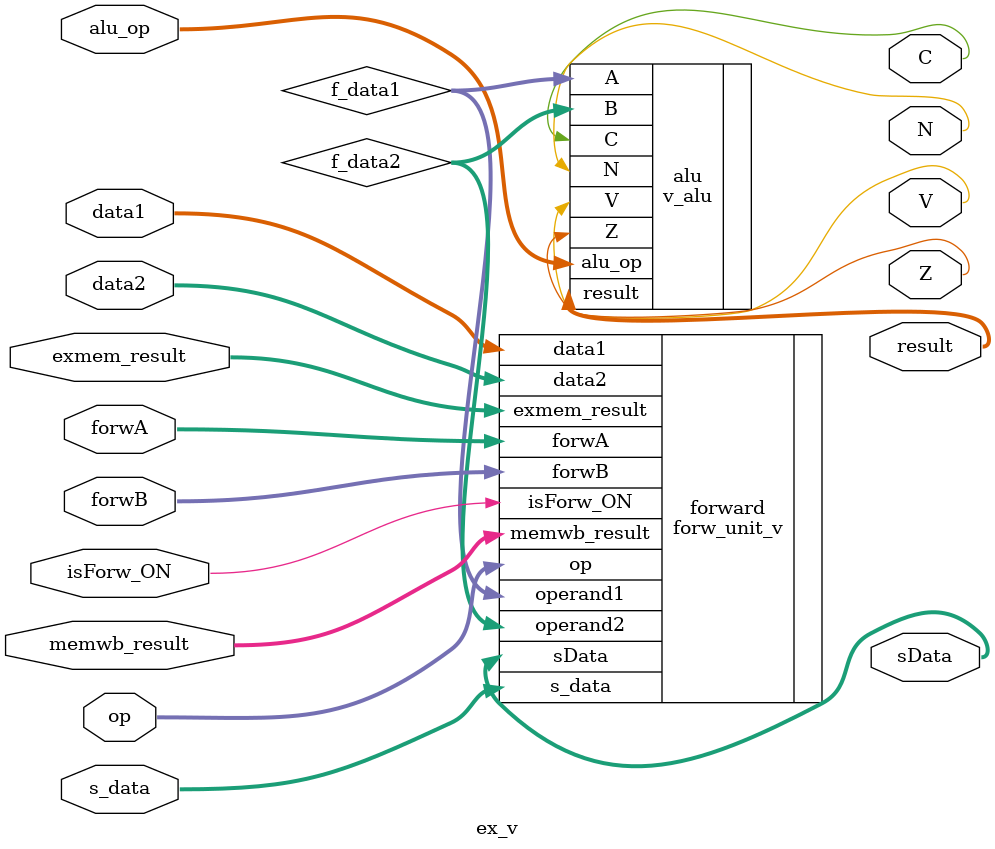
<source format=v>
`timescale 1ns / 1ps

module ex_v( 
        input      [3:0]  alu_op,
        input             isForw_ON,
        input      [6:0]  op,
        input      [31:0] exmem_result, memwb_result,
        input      [1:0]  forwA, forwB,
        input      [31:0] data1, data2, s_data,
        output reg [31:0] result, sData,
        output reg        Z,
        output reg        N,
        output reg        C,
        output reg        V
    );
    
    wire [31:0] f_data1, f_data2;
    
    forw_unit_v forward(
        .isForw_ON(isForw_ON),
        .op(op),
        .exmem_result(exmem_result), .memwb_result(memwb_result),
        .forwA(forwA), .forwB(forwB),
        .data1(data1), .data2(data2), .s_data(s_data),
        .operand1(f_data1), .operand2(f_data2), .sData(sData)
    );
    
    v_alu alu(
        .A(f_data1),
        .B(f_data2),
        .alu_op(alu_op),
        .result(result),
        .Z(Z),
        .N(N),
        .C(C),
        .V(V)
    );
    
endmodule

</source>
